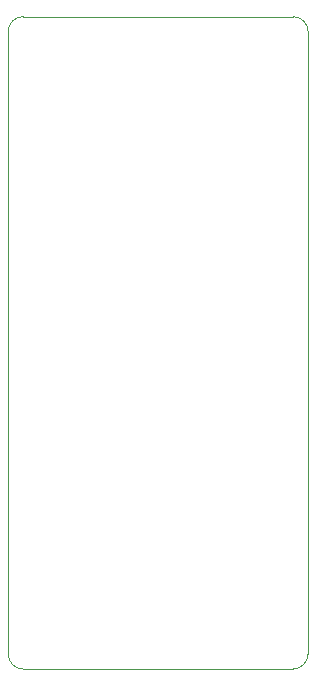
<source format=gbr>
%TF.GenerationSoftware,KiCad,Pcbnew,6.0.4*%
%TF.CreationDate,2022-04-14T12:40:58+02:00*%
%TF.ProjectId,esp32-s2-mini-1,65737033-322d-4733-922d-6d696e692d31,rev?*%
%TF.SameCoordinates,Original*%
%TF.FileFunction,Profile,NP*%
%FSLAX46Y46*%
G04 Gerber Fmt 4.6, Leading zero omitted, Abs format (unit mm)*
G04 Created by KiCad (PCBNEW 6.0.4) date 2022-04-14 12:40:58*
%MOMM*%
%LPD*%
G01*
G04 APERTURE LIST*
%TA.AperFunction,Profile*%
%ADD10C,0.100000*%
%TD*%
G04 APERTURE END LIST*
D10*
X162560000Y-136525000D02*
X139700000Y-136525000D01*
X163830000Y-82550000D02*
X163826242Y-135251242D01*
X139700000Y-81280000D02*
G75*
G03*
X138430000Y-82550000I0J-1270000D01*
G01*
X163830000Y-82550000D02*
G75*
G03*
X162560000Y-81280000I-1288300J-18300D01*
G01*
X162560000Y-136525010D02*
G75*
G03*
X163826242Y-135251242I-26000J1292110D01*
G01*
X138430000Y-135255000D02*
X138430000Y-82550000D01*
X138430000Y-135255000D02*
G75*
G03*
X139700000Y-136525000I1288300J18300D01*
G01*
X139700000Y-81280000D02*
X162560000Y-81280000D01*
M02*

</source>
